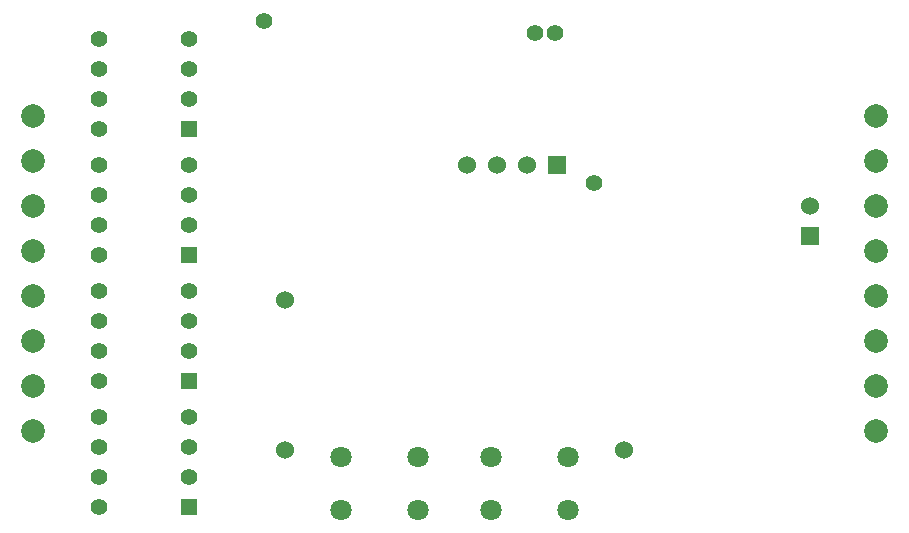
<source format=gbs>
G04 (created by PCBNEW (2013-mar-13)-stable) date Tue 21 Jul 2015 10:15:33 AM CEST*
%MOIN*%
G04 Gerber Fmt 3.4, Leading zero omitted, Abs format*
%FSLAX34Y34*%
G01*
G70*
G90*
G04 APERTURE LIST*
%ADD10C,0.005906*%
%ADD11C,0.078740*%
%ADD12R,0.055000X0.055000*%
%ADD13C,0.055000*%
%ADD14C,0.070900*%
%ADD15C,0.060000*%
%ADD16C,0.055100*%
%ADD17R,0.060000X0.060000*%
G04 APERTURE END LIST*
G54D10*
G54D11*
X69153Y-44625D03*
X69153Y-43120D03*
X69153Y-41620D03*
X69153Y-40120D03*
X69153Y-38620D03*
X69153Y-37120D03*
X69153Y-35620D03*
X69153Y-34114D03*
X41082Y-34114D03*
X41082Y-35620D03*
X41082Y-37120D03*
X41082Y-38620D03*
X41082Y-40120D03*
X41082Y-41620D03*
X41082Y-43120D03*
X41082Y-44625D03*
G54D12*
X46250Y-34550D03*
G54D13*
X46250Y-33550D03*
X46250Y-32550D03*
X46250Y-31550D03*
X43250Y-31550D03*
X43250Y-32550D03*
X43250Y-33550D03*
X43250Y-34550D03*
G54D12*
X46250Y-38750D03*
G54D13*
X46250Y-37750D03*
X46250Y-36750D03*
X46250Y-35750D03*
X43250Y-35750D03*
X43250Y-36750D03*
X43250Y-37750D03*
X43250Y-38750D03*
G54D12*
X46250Y-42950D03*
G54D13*
X46250Y-41950D03*
X46250Y-40950D03*
X46250Y-39950D03*
X43250Y-39950D03*
X43250Y-40950D03*
X43250Y-41950D03*
X43250Y-42950D03*
G54D12*
X46250Y-47150D03*
G54D13*
X46250Y-46150D03*
X46250Y-45150D03*
X46250Y-44150D03*
X43250Y-44150D03*
X43250Y-45150D03*
X43250Y-46150D03*
X43250Y-47150D03*
G54D14*
X53889Y-47251D03*
X51329Y-47251D03*
X53889Y-45479D03*
X51329Y-45479D03*
X58907Y-47251D03*
X56347Y-47251D03*
X58907Y-45479D03*
X56347Y-45479D03*
G54D15*
X49460Y-45266D03*
X60779Y-45266D03*
X49460Y-40266D03*
G54D16*
X59750Y-36350D03*
G54D17*
X58520Y-35765D03*
G54D15*
X57520Y-35765D03*
X56520Y-35765D03*
X55520Y-35765D03*
G54D17*
X66950Y-38120D03*
G54D15*
X66950Y-37120D03*
G54D16*
X58475Y-31350D03*
X57800Y-31350D03*
X48750Y-30955D03*
M02*

</source>
